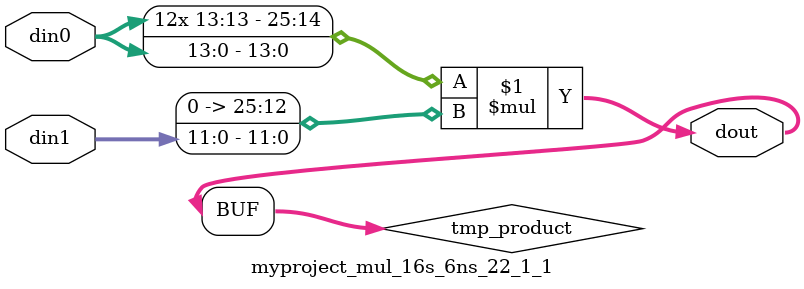
<source format=v>

`timescale 1 ns / 1 ps

  module myproject_mul_16s_6ns_22_1_1(din0, din1, dout);
parameter ID = 1;
parameter NUM_STAGE = 0;
parameter din0_WIDTH = 14;
parameter din1_WIDTH = 12;
parameter dout_WIDTH = 26;

input [din0_WIDTH - 1 : 0] din0; 
input [din1_WIDTH - 1 : 0] din1; 
output [dout_WIDTH - 1 : 0] dout;

wire signed [dout_WIDTH - 1 : 0] tmp_product;












assign tmp_product = $signed(din0) * $signed({1'b0, din1});









assign dout = tmp_product;







endmodule

</source>
